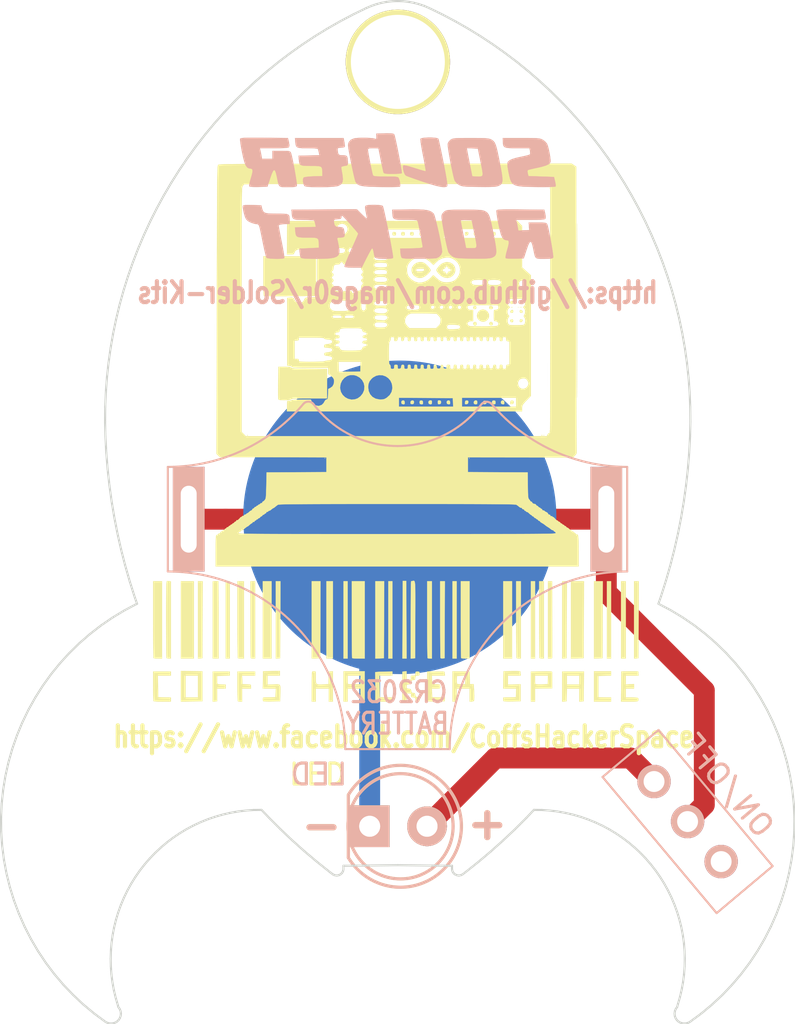
<source format=kicad_pcb>
(kicad_pcb (version 4) (host pcbnew 4.0.6)
  (layers (0 F.Cu signal) (31 B.Cu signal) (34 B.Paste user) (35 F.Paste user) (36 B.SilkS user) (37 F.SilkS user) (38 B.Mask user) (39 F.Mask user) (44 Edge.Cuts user))
  (net 0 "")
  (net 1 GND)
  (net 2 "Net-(D1-Pad2)")
  (net 3 "Net-(BT1-Pad1)")
  (net 4 "Net-(SW2-Pad1)")
  (module LEDs:LED-5MM (layer B.Cu) (at 172.365368 94.831014)
    (fp_text reference D1 hide)
    (fp_text value LED (at -2.645368 -2.481014) (layer B.SilkS) (effects (justify mirror)))
    (pad 1 thru_hole rect (at -0.20736 0 270) (size 2 1.9) (drill 1.00076) (layers *.Cu *.Mask B.SilkS) (net 1 GND))
    (pad 2 thru_hole circle (at 2.54 0) (size 1.9 1.9) (drill 1.00076) (layers *.Cu *.Mask B.SilkS) (net 2 "Net-(D1-Pad2)"))
  )
  (module LEDs:LED-5MM (layer F.Cu) (at 172.365368 94.831014)
    (fp_text reference D1 hide)
    (fp_text value LED (at -2.705368 -2.481014 180) (layer F.SilkS))
    (pad 1 thru_hole rect (at -0.20736 0 90) (size 2 1.9) (drill 1.00076) (layers *.Cu *.Mask F.SilkS) (net 1 GND))
    (pad 2 thru_hole circle (at 2.54 0) (size 1.9 1.9) (drill 1.00076) (layers *.Cu *.Mask F.SilkS) (net 2 "Net-(D1-Pad2)"))
  )
  (module freetronics_footprints:1pin_prototyping (layer F.Cu) (at 173.507 58.2625)
    (fp_text reference 1pin_prototyping hide)
    (fp_text value val** hide)
    (pad 1 thru_hole circle (at 0 0) (size 5 5) (drill 4.5) (layers *.Cu *.Mask F.SilkS))
  )
  (module badge-kit:CR2032 (layer B.Cu) (at 173.49 80.14 180)
    (fp_text reference BT1 hide)
    (fp_text value CR2032 (at -0.0508 -8.27278 180) (layer B.SilkS) (effects (font (size 1 0.8)) (justify mirror)))
    (pad 1 thru_hole rect (at 10 0 180) (size 1.524 5) (drill oval 0.762 3.2) (layers *.Cu *.Mask B.SilkS) (net 3 "Net-(BT1-Pad1)"))
    (pad 1 thru_hole rect (at -10 0 180) (size 1.524 5) (drill oval 0.762 3.2) (layers *.Cu *.Mask B.SilkS) (net 3 "Net-(BT1-Pad1)"))
    (pad 2 smd circle (at -0.10922 0.0884 180) (size 15 15) (layers B.Cu B.Paste B.Mask) (net 1 GND))
  )
  (module badge-kit:SS12D00 (layer B.Cu) (at 187.383031 94.604889 130)
    (fp_text reference SW2 hide)
    (fp_text value ON/OFF (at 0.10396 2.567507 130) (layer B.SilkS) (effects (justify mirror)))
    (pad 2 thru_hole circle (at 0 0 130) (size 1.6 1.6) (drill 1) (layers *.Cu *.Mask B.SilkS) (net 3 "Net-(BT1-Pad1)"))
    (pad 1 thru_hole circle (at -2.5 0 130) (size 1.6 1.6) (drill 1) (layers *.Cu *.Mask B.SilkS) (net 4 "Net-(SW2-Pad1)"))
    (pad 3 thru_hole circle (at 2.5 0 130) (size 1.6 1.6) (drill 1) (layers *.Cu *.Mask B.SilkS) (net 2 "Net-(D1-Pad2)"))
  )
  (module badge-kit:solder-rocket-small (layer B.Cu) (at 173.47 64.89 180)
    (fp_text reference J2 hide)
    (fp_text value LOGO_SMALL hide)
  )
  (module badge-kit:coffs-logo-2 (layer F.Cu) (at 173.36 76.11)
    (fp_text reference J1 hide)
    (fp_text value LOGO hide)
  )
  (gr_text - (at 169.85 94.77) (layer B.SilkS) (effects (font (size 1.5 1.5) (thickness 0.3))))
  (gr_text - (at 169.85 94.77) (layer F.SilkS) (effects (font (size 1.5 1.5) (thickness 0.3))))
  (gr_text + (at 177.79 94.67) (layer B.SilkS) (effects (font (size 1.5 1.5) (thickness 0.3))))
  (gr_text + (at 177.79 94.67) (layer F.SilkS) (effects (font (size 1.5 1.5) (thickness 0.3))))
  (gr_text BATTERY (at 173.48 89.92) (layer B.SilkS) (effects (font (size 1 0.8)) (justify mirror)))
  (gr_text https://www.facebook.com/CoffsHackerSpace (at 173.79 90.55) (layer F.SilkS) (effects (font (size 1 0.8) (thickness 0.2))))
  (gr_text https://github.com/mage0r/Solder-Kits (at 173.49 69.3) (layer B.SilkS) (effects (font (size 1 0.8) (thickness 0.2)) (justify mirror)))
  (gr_line (start 173.5011 55.35235) (end 173.758986 55.361732) (layer Edge.Cuts) (width 0.1))
  (gr_line (start 176.1011 96.872658) (end 176.1011 96.720857) (layer Edge.Cuts) (width 0.1))
  (gr_line (start 176.10488 96.911746) (end 176.1011 96.872658) (layer Edge.Cuts) (width 0.1))
  (gr_line (start 176.113352 96.950093) (end 176.10488 96.911746) (layer Edge.Cuts) (width 0.1))
  (gr_line (start 176.126391 96.987136) (end 176.113352 96.950093) (layer Edge.Cuts) (width 0.1))
  (gr_line (start 176.143806 97.022334) (end 176.126391 96.987136) (layer Edge.Cuts) (width 0.1))
  (gr_line (start 176.165343 97.055172) (end 176.143806 97.022334) (layer Edge.Cuts) (width 0.1))
  (gr_line (start 176.190687 97.08517) (end 176.165343 97.055172) (layer Edge.Cuts) (width 0.1))
  (gr_line (start 176.219466 97.111889) (end 176.190687 97.08517) (layer Edge.Cuts) (width 0.1))
  (gr_line (start 176.251261 97.134939) (end 176.219466 97.111889) (layer Edge.Cuts) (width 0.1))
  (gr_line (start 176.285606 97.153982) (end 176.251261 97.134939) (layer Edge.Cuts) (width 0.1))
  (gr_line (start 176.321999 97.168739) (end 176.285606 97.153982) (layer Edge.Cuts) (width 0.1))
  (gr_line (start 176.359907 97.178995) (end 176.321999 97.168739) (layer Edge.Cuts) (width 0.1))
  (gr_line (start 176.398776 97.184599) (end 176.359907 97.178995) (layer Edge.Cuts) (width 0.1))
  (gr_line (start 176.438037 97.185471) (end 176.398776 97.184599) (layer Edge.Cuts) (width 0.1))
  (gr_line (start 176.477116 97.181596) (end 176.438037 97.185471) (layer Edge.Cuts) (width 0.1))
  (gr_line (start 176.515442 97.173032) (end 176.477116 97.181596) (layer Edge.Cuts) (width 0.1))
  (gr_line (start 176.552453 97.159904) (end 176.515442 97.173032) (layer Edge.Cuts) (width 0.1))
  (gr_line (start 176.587609 97.142404) (end 176.552453 97.159904) (layer Edge.Cuts) (width 0.1))
  (gr_line (start 176.620395 97.120787) (end 176.587609 97.142404) (layer Edge.Cuts) (width 0.1))
  (gr_line (start 176.749847 97.023719) (end 176.620395 97.120787) (layer Edge.Cuts) (width 0.1))
  (gr_line (start 177.361245 96.537749) (end 176.749847 97.023719) (layer Edge.Cuts) (width 0.1))
  (gr_line (start 177.9587 96.034737) (end 177.361245 96.537749) (layer Edge.Cuts) (width 0.1))
  (gr_line (start 178.541739 95.515084) (end 177.9587 96.034737) (layer Edge.Cuts) (width 0.1))
  (gr_line (start 179.109897 94.979201) (end 178.541739 95.515084) (layer Edge.Cuts) (width 0.1))
  (gr_line (start 179.662723 94.427515) (end 179.109897 94.979201) (layer Edge.Cuts) (width 0.1))
  (gr_line (start 180.023988 94.046072) (end 179.662723 94.427515) (layer Edge.Cuts) (width 0.1))
  (gr_line (start 180.399651 94.051939) (end 180.023988 94.046072) (layer Edge.Cuts) (width 0.1))
  (gr_line (start 180.774487 94.077532) (end 180.399651 94.051939) (layer Edge.Cuts) (width 0.1))
  (gr_line (start 181.14746 94.122781) (end 180.774487 94.077532) (layer Edge.Cuts) (width 0.1))
  (gr_line (start 181.517542 94.187561) (end 181.14746 94.122781) (layer Edge.Cuts) (width 0.1))
  (gr_line (start 181.88371 94.271693) (end 181.517542 94.187561) (layer Edge.Cuts) (width 0.1))
  (gr_line (start 182.244952 94.374944) (end 181.88371 94.271693) (layer Edge.Cuts) (width 0.1))
  (gr_line (start 182.600271 94.49703) (end 182.244952 94.374944) (layer Edge.Cuts) (width 0.1))
  (gr_line (start 182.948687 94.637613) (end 182.600271 94.49703) (layer Edge.Cuts) (width 0.1))
  (gr_line (start 183.289236 94.796306) (end 182.948687 94.637613) (layer Edge.Cuts) (width 0.1))
  (gr_line (start 183.620978 94.972669) (end 183.289236 94.796306) (layer Edge.Cuts) (width 0.1))
  (gr_line (start 183.942997 95.166216) (end 183.620978 94.972669) (layer Edge.Cuts) (width 0.1))
  (gr_line (start 184.254404 95.376412) (end 183.942997 95.166216) (layer Edge.Cuts) (width 0.1))
  (gr_line (start 184.554339 95.602677) (end 184.254404 95.376412) (layer Edge.Cuts) (width 0.1))
  (gr_line (start 184.841974 95.844386) (end 184.554339 95.602677) (layer Edge.Cuts) (width 0.1))
  (gr_line (start 185.116514 96.100871) (end 184.841974 95.844386) (layer Edge.Cuts) (width 0.1))
  (gr_line (start 185.3772 96.371425) (end 185.116514 96.100871) (layer Edge.Cuts) (width 0.1))
  (gr_line (start 185.623314 96.6553) (end 185.3772 96.371425) (layer Edge.Cuts) (width 0.1))
  (gr_line (start 185.854176 96.951711) (end 185.623314 96.6553) (layer Edge.Cuts) (width 0.1))
  (gr_line (start 186.069147 97.259842) (end 185.854176 96.951711) (layer Edge.Cuts) (width 0.1))
  (gr_line (start 186.267635 97.578839) (end 186.069147 97.259842) (layer Edge.Cuts) (width 0.1))
  (gr_line (start 186.44909 97.907824) (end 186.267635 97.578839) (layer Edge.Cuts) (width 0.1))
  (gr_line (start 186.613013 98.245886) (end 186.44909 97.907824) (layer Edge.Cuts) (width 0.1))
  (gr_line (start 186.75895 98.592093) (end 186.613013 98.245886) (layer Edge.Cuts) (width 0.1))
  (gr_line (start 186.886498 98.945488) (end 186.75895 98.592093) (layer Edge.Cuts) (width 0.1))
  (gr_line (start 186.995306 99.305096) (end 186.886498 98.945488) (layer Edge.Cuts) (width 0.1))
  (gr_line (start 187.085072 99.669924) (end 186.995306 99.305096) (layer Edge.Cuts) (width 0.1))
  (gr_line (start 187.155548 100.038963) (end 187.085072 99.669924) (layer Edge.Cuts) (width 0.1))
  (gr_line (start 187.206541 100.411195) (end 187.155548 100.038963) (layer Edge.Cuts) (width 0.1))
  (gr_line (start 187.237909 100.785591) (end 187.206541 100.411195) (layer Edge.Cuts) (width 0.1))
  (gr_line (start 187.249566 101.161119) (end 187.237909 100.785591) (layer Edge.Cuts) (width 0.1))
  (gr_line (start 187.241479 101.53674) (end 187.249566 101.161119) (layer Edge.Cuts) (width 0.1))
  (gr_line (start 187.21367 101.911418) (end 187.241479 101.53674) (layer Edge.Cuts) (width 0.1))
  (gr_line (start 187.166218 102.284118) (end 187.21367 101.911418) (layer Edge.Cuts) (width 0.1))
  (gr_line (start 187.099252 102.65381) (end 187.166218 102.284118) (layer Edge.Cuts) (width 0.1))
  (gr_line (start 187.012957 103.019474) (end 187.099252 102.65381) (layer Edge.Cuts) (width 0.1))
  (gr_line (start 186.907572 103.3801) (end 187.012957 103.019474) (layer Edge.Cuts) (width 0.1))
  (gr_line (start 186.885271 103.4746) (end 186.907572 103.3801) (layer Edge.Cuts) (width 0.1))
  (gr_line (start 186.817808 103.567736) (end 186.885271 103.4746) (layer Edge.Cuts) (width 0.1))
  (gr_line (start 186.774827 103.674405) (end 186.817808 103.567736) (layer Edge.Cuts) (width 0.1))
  (gr_line (start 186.758871 103.788296) (end 186.774827 103.674405) (layer Edge.Cuts) (width 0.1))
  (gr_line (start 186.770885 103.902669) (end 186.758871 103.788296) (layer Edge.Cuts) (width 0.1))
  (gr_line (start 186.810157 104.010759) (end 186.770885 103.902669) (layer Edge.Cuts) (width 0.1))
  (gr_line (start 186.874364 104.106169) (end 186.810157 104.010759) (layer Edge.Cuts) (width 0.1))
  (gr_line (start 186.959707 104.183254) (end 186.874364 104.106169) (layer Edge.Cuts) (width 0.1))
  (gr_line (start 187.061137 104.237455) (end 186.959707 104.183254) (layer Edge.Cuts) (width 0.1))
  (gr_line (start 187.172652 104.265562) (end 187.061137 104.237455) (layer Edge.Cuts) (width 0.1))
  (gr_line (start 187.287655 104.265915) (end 187.172652 104.265562) (layer Edge.Cuts) (width 0.1))
  (gr_line (start 187.39934 104.238491) (end 187.287655 104.265915) (layer Edge.Cuts) (width 0.1))
  (gr_line (start 187.5011 104.184914) (end 187.39934 104.238491) (layer Edge.Cuts) (width 0.1))
  (gr_line (start 188.041732 103.786213) (end 187.5011 104.184914) (layer Edge.Cuts) (width 0.1))
  (gr_line (start 188.558442 103.356962) (end 188.041732 103.786213) (layer Edge.Cuts) (width 0.1))
  (gr_line (start 189.049507 102.898595) (end 188.558442 103.356962) (layer Edge.Cuts) (width 0.1))
  (gr_line (start 189.513288 102.412639) (end 189.049507 102.898595) (layer Edge.Cuts) (width 0.1))
  (gr_line (start 189.948238 101.900717) (end 189.513288 102.412639) (layer Edge.Cuts) (width 0.1))
  (gr_line (start 190.352905 101.364536) (end 189.948238 101.900717) (layer Edge.Cuts) (width 0.1))
  (gr_line (start 190.725939 100.805885) (end 190.352905 101.364536) (layer Edge.Cuts) (width 0.1))
  (gr_line (start 191.066097 100.226628) (end 190.725939 100.805885) (layer Edge.Cuts) (width 0.1))
  (gr_line (start 191.372242 99.628698) (end 191.066097 100.226628) (layer Edge.Cuts) (width 0.1))
  (gr_line (start 191.643355 99.01409) (end 191.372242 99.628698) (layer Edge.Cuts) (width 0.1))
  (gr_line (start 191.878529 98.384853) (end 191.643355 99.01409) (layer Edge.Cuts) (width 0.1))
  (gr_line (start 192.07698 97.743088) (end 191.878529 98.384853) (layer Edge.Cuts) (width 0.1))
  (gr_line (start 192.238047 97.090935) (end 192.07698 97.743088) (layer Edge.Cuts) (width 0.1))
  (gr_line (start 192.361192 96.430571) (end 192.238047 97.090935) (layer Edge.Cuts) (width 0.1))
  (gr_line (start 192.446004 95.764198) (end 192.361192 96.430571) (layer Edge.Cuts) (width 0.1))
  (gr_line (start 192.492201 95.094041) (end 192.446004 95.764198) (layer Edge.Cuts) (width 0.1))
  (gr_line (start 192.499627 94.422334) (end 192.492201 95.094041) (layer Edge.Cuts) (width 0.1))
  (gr_line (start 192.468258 93.751318) (end 192.499627 94.422334) (layer Edge.Cuts) (width 0.1))
  (gr_line (start 192.3982 93.083234) (end 192.468258 93.751318) (layer Edge.Cuts) (width 0.1))
  (gr_line (start 192.289685 92.420308) (end 192.3982 93.083234) (layer Edge.Cuts) (width 0.1))
  (gr_line (start 192.143076 91.764754) (end 192.289685 92.420308) (layer Edge.Cuts) (width 0.1))
  (gr_line (start 191.958861 91.118758) (end 192.143076 91.764754) (layer Edge.Cuts) (width 0.1))
  (gr_line (start 191.737656 90.484476) (end 191.958861 91.118758) (layer Edge.Cuts) (width 0.1))
  (gr_line (start 191.480199 89.864024) (end 191.737656 90.484476) (layer Edge.Cuts) (width 0.1))
  (gr_line (start 191.187348 89.259471) (end 191.480199 89.864024) (layer Edge.Cuts) (width 0.1))
  (gr_line (start 190.86008 88.672835) (end 191.187348 89.259471) (layer Edge.Cuts) (width 0.1))
  (gr_line (start 190.499488 88.106074) (end 190.86008 88.672835) (layer Edge.Cuts) (width 0.1))
  (gr_line (start 190.106774 87.561077) (end 190.499488 88.106074) (layer Edge.Cuts) (width 0.1))
  (gr_line (start 189.683249 87.039664) (end 190.106774 87.561077) (layer Edge.Cuts) (width 0.1))
  (gr_line (start 189.230325 86.543573) (end 189.683249 87.039664) (layer Edge.Cuts) (width 0.1))
  (gr_line (start 188.749514 86.074461) (end 189.230325 86.543573) (layer Edge.Cuts) (width 0.1))
  (gr_line (start 188.242421 85.633891) (end 188.749514 86.074461) (layer Edge.Cuts) (width 0.1))
  (gr_line (start 187.710736 85.223335) (end 188.242421 85.633891) (layer Edge.Cuts) (width 0.1))
  (gr_line (start 187.156233 84.844161) (end 187.710736 85.223335) (layer Edge.Cuts) (width 0.1))
  (gr_line (start 186.580763 84.497636) (end 187.156233 84.844161) (layer Edge.Cuts) (width 0.1))
  (gr_line (start 185.986246 84.184914) (end 186.580763 84.497636) (layer Edge.Cuts) (width 0.1))
  (gr_line (start 186.105315 83.843257) (end 185.986246 84.184914) (layer Edge.Cuts) (width 0.1))
  (gr_line (start 186.341445 83.0988) (end 186.105315 83.843257) (layer Edge.Cuts) (width 0.1))
  (gr_line (start 186.556496 82.347982) (end 186.341445 83.0988) (layer Edge.Cuts) (width 0.1))
  (gr_line (start 186.750296 81.591401) (end 186.556496 82.347982) (layer Edge.Cuts) (width 0.1))
  (gr_line (start 186.922692 80.829657) (end 186.750296 81.591401) (layer Edge.Cuts) (width 0.1))
  (gr_line (start 187.073546 80.063356) (end 186.922692 80.829657) (layer Edge.Cuts) (width 0.1))
  (gr_line (start 187.202739 79.293108) (end 187.073546 80.063356) (layer Edge.Cuts) (width 0.1))
  (gr_line (start 187.310167 78.519523) (end 187.202739 79.293108) (layer Edge.Cuts) (width 0.1))
  (gr_line (start 187.395746 77.743218) (end 187.310167 78.519523) (layer Edge.Cuts) (width 0.1))
  (gr_line (start 187.459407 76.964808) (end 187.395746 77.743218) (layer Edge.Cuts) (width 0.1))
  (gr_line (start 187.5011 76.184914) (end 187.459407 76.964808) (layer Edge.Cuts) (width 0.1))
  (gr_line (start 187.517362 75.478294) (end 187.5011 76.184914) (layer Edge.Cuts) (width 0.1))
  (gr_line (start 187.510582 74.77152) (end 187.517362 75.478294) (layer Edge.Cuts) (width 0.1))
  (gr_line (start 187.480765 74.065343) (end 187.510582 74.77152) (layer Edge.Cuts) (width 0.1))
  (gr_line (start 187.427943 73.360512) (end 187.480765 74.065343) (layer Edge.Cuts) (width 0.1))
  (gr_line (start 187.352174 72.657779) (end 187.427943 73.360512) (layer Edge.Cuts) (width 0.1))
  (gr_line (start 187.253536 71.957888) (end 187.352174 72.657779) (layer Edge.Cuts) (width 0.1))
  (gr_line (start 187.132136 71.261586) (end 187.253536 71.957888) (layer Edge.Cuts) (width 0.1))
  (gr_line (start 186.988102 70.56961) (end 187.132136 71.261586) (layer Edge.Cuts) (width 0.1))
  (gr_line (start 186.821588 69.882698) (end 186.988102 70.56961) (layer Edge.Cuts) (width 0.1))
  (gr_line (start 186.632769 69.201579) (end 186.821588 69.882698) (layer Edge.Cuts) (width 0.1))
  (gr_line (start 186.421848 68.526977) (end 186.632769 69.201579) (layer Edge.Cuts) (width 0.1))
  (gr_line (start 186.189048 67.859609) (end 186.421848 68.526977) (layer Edge.Cuts) (width 0.1))
  (gr_line (start 185.934616 67.200185) (end 186.189048 67.859609) (layer Edge.Cuts) (width 0.1))
  (gr_line (start 185.658823 66.549405) (end 185.934616 67.200185) (layer Edge.Cuts) (width 0.1))
  (gr_line (start 185.361963 65.907962) (end 185.658823 66.549405) (layer Edge.Cuts) (width 0.1))
  (gr_line (start 185.04435 65.276537) (end 185.361963 65.907962) (layer Edge.Cuts) (width 0.1))
  (gr_line (start 184.706323 64.6558) (end 185.04435 65.276537) (layer Edge.Cuts) (width 0.1))
  (gr_line (start 184.348241 64.046413) (end 184.706323 64.6558) (layer Edge.Cuts) (width 0.1))
  (gr_line (start 183.970483 63.449023) (end 184.348241 64.046413) (layer Edge.Cuts) (width 0.1))
  (gr_line (start 183.573453 62.864265) (end 183.970483 63.449023) (layer Edge.Cuts) (width 0.1))
  (gr_line (start 183.157571 62.292759) (end 183.573453 62.864265) (layer Edge.Cuts) (width 0.1))
  (gr_line (start 182.723281 61.735115) (end 183.157571 62.292759) (layer Edge.Cuts) (width 0.1))
  (gr_line (start 182.271042 61.191924) (end 182.723281 61.735115) (layer Edge.Cuts) (width 0.1))
  (gr_line (start 181.801337 60.663764) (end 182.271042 61.191924) (layer Edge.Cuts) (width 0.1))
  (gr_line (start 181.314665 60.151197) (end 181.801337 60.663764) (layer Edge.Cuts) (width 0.1))
  (gr_line (start 180.811542 59.654766) (end 181.314665 60.151197) (layer Edge.Cuts) (width 0.1))
  (gr_line (start 180.292504 59.175001) (end 180.811542 59.654766) (layer Edge.Cuts) (width 0.1))
  (gr_line (start 179.758102 58.71241) (end 180.292504 59.175001) (layer Edge.Cuts) (width 0.1))
  (gr_line (start 179.208904 58.267485) (end 179.758102 58.71241) (layer Edge.Cuts) (width 0.1))
  (gr_line (start 178.645495 57.8407) (end 179.208904 58.267485) (layer Edge.Cuts) (width 0.1))
  (gr_line (start 178.068472 57.432509) (end 178.645495 57.8407) (layer Edge.Cuts) (width 0.1))
  (gr_line (start 177.47845 57.043344) (end 178.068472 57.432509) (layer Edge.Cuts) (width 0.1))
  (gr_line (start 176.876055 56.673619) (end 177.47845 57.043344) (layer Edge.Cuts) (width 0.1))
  (gr_line (start 176.261928 56.323728) (end 176.876055 56.673619) (layer Edge.Cuts) (width 0.1))
  (gr_line (start 175.636722 55.994043) (end 176.261928 56.323728) (layer Edge.Cuts) (width 0.1))
  (gr_line (start 175.0011 55.684914) (end 175.636722 55.994043) (layer Edge.Cuts) (width 0.1))
  (gr_line (start 174.763414 55.584423) (end 175.0011 55.684914) (layer Edge.Cuts) (width 0.1))
  (gr_line (start 174.519054 55.501468) (end 174.763414 55.584423) (layer Edge.Cuts) (width 0.1))
  (gr_line (start 174.269312 55.436489) (end 174.519054 55.501468) (layer Edge.Cuts) (width 0.1))
  (gr_line (start 174.015509 55.389828) (end 174.269312 55.436489) (layer Edge.Cuts) (width 0.1))
  (gr_line (start 173.758986 55.361732) (end 174.015509 55.389828) (layer Edge.Cuts) (width 0.1))
  (gr_line (start 173.243214 55.361732) (end 173.5011 55.35235) (layer Edge.Cuts) (width 0.1))
  (gr_line (start 172.986691 55.389828) (end 173.243214 55.361732) (layer Edge.Cuts) (width 0.1))
  (gr_line (start 172.732888 55.436489) (end 172.986691 55.389828) (layer Edge.Cuts) (width 0.1))
  (gr_line (start 172.483146 55.501468) (end 172.732888 55.436489) (layer Edge.Cuts) (width 0.1))
  (gr_line (start 172.238786 55.584423) (end 172.483146 55.501468) (layer Edge.Cuts) (width 0.1))
  (gr_line (start 172.0011 55.684914) (end 172.238786 55.584423) (layer Edge.Cuts) (width 0.1))
  (gr_line (start 171.365478 55.994043) (end 172.0011 55.684914) (layer Edge.Cuts) (width 0.1))
  (gr_line (start 170.740272 56.323728) (end 171.365478 55.994043) (layer Edge.Cuts) (width 0.1))
  (gr_line (start 170.126145 56.673619) (end 170.740272 56.323728) (layer Edge.Cuts) (width 0.1))
  (gr_line (start 169.52375 57.043344) (end 170.126145 56.673619) (layer Edge.Cuts) (width 0.1))
  (gr_line (start 168.933728 57.432509) (end 169.52375 57.043344) (layer Edge.Cuts) (width 0.1))
  (gr_line (start 168.356705 57.8407) (end 168.933728 57.432509) (layer Edge.Cuts) (width 0.1))
  (gr_line (start 167.793296 58.267485) (end 168.356705 57.8407) (layer Edge.Cuts) (width 0.1))
  (gr_line (start 167.244098 58.71241) (end 167.793296 58.267485) (layer Edge.Cuts) (width 0.1))
  (gr_line (start 166.709696 59.175001) (end 167.244098 58.71241) (layer Edge.Cuts) (width 0.1))
  (gr_line (start 166.190658 59.654766) (end 166.709696 59.175001) (layer Edge.Cuts) (width 0.1))
  (gr_line (start 165.687535 60.151197) (end 166.190658 59.654766) (layer Edge.Cuts) (width 0.1))
  (gr_line (start 165.200863 60.663764) (end 165.687535 60.151197) (layer Edge.Cuts) (width 0.1))
  (gr_line (start 164.731158 61.191924) (end 165.200863 60.663764) (layer Edge.Cuts) (width 0.1))
  (gr_line (start 164.278919 61.735115) (end 164.731158 61.191924) (layer Edge.Cuts) (width 0.1))
  (gr_line (start 163.844629 62.292759) (end 164.278919 61.735115) (layer Edge.Cuts) (width 0.1))
  (gr_line (start 163.428747 62.864265) (end 163.844629 62.292759) (layer Edge.Cuts) (width 0.1))
  (gr_line (start 163.031717 63.449023) (end 163.428747 62.864265) (layer Edge.Cuts) (width 0.1))
  (gr_line (start 162.653959 64.046413) (end 163.031717 63.449023) (layer Edge.Cuts) (width 0.1))
  (gr_line (start 162.295877 64.6558) (end 162.653959 64.046413) (layer Edge.Cuts) (width 0.1))
  (gr_line (start 161.95785 65.276537) (end 162.295877 64.6558) (layer Edge.Cuts) (width 0.1))
  (gr_line (start 161.640237 65.907962) (end 161.95785 65.276537) (layer Edge.Cuts) (width 0.1))
  (gr_line (start 161.343377 66.549405) (end 161.640237 65.907962) (layer Edge.Cuts) (width 0.1))
  (gr_line (start 161.067584 67.200185) (end 161.343377 66.549405) (layer Edge.Cuts) (width 0.1))
  (gr_line (start 160.813152 67.859609) (end 161.067584 67.200185) (layer Edge.Cuts) (width 0.1))
  (gr_line (start 160.580352 68.526977) (end 160.813152 67.859609) (layer Edge.Cuts) (width 0.1))
  (gr_line (start 160.369431 69.201579) (end 160.580352 68.526977) (layer Edge.Cuts) (width 0.1))
  (gr_line (start 160.180612 69.882698) (end 160.369431 69.201579) (layer Edge.Cuts) (width 0.1))
  (gr_line (start 160.014098 70.56961) (end 160.180612 69.882698) (layer Edge.Cuts) (width 0.1))
  (gr_line (start 159.870064 71.261586) (end 160.014098 70.56961) (layer Edge.Cuts) (width 0.1))
  (gr_line (start 159.748664 71.957888) (end 159.870064 71.261586) (layer Edge.Cuts) (width 0.1))
  (gr_line (start 159.650026 72.657779) (end 159.748664 71.957888) (layer Edge.Cuts) (width 0.1))
  (gr_line (start 159.574257 73.360512) (end 159.650026 72.657779) (layer Edge.Cuts) (width 0.1))
  (gr_line (start 159.521435 74.065343) (end 159.574257 73.360512) (layer Edge.Cuts) (width 0.1))
  (gr_line (start 159.491618 74.77152) (end 159.521435 74.065343) (layer Edge.Cuts) (width 0.1))
  (gr_line (start 159.484838 75.478294) (end 159.491618 74.77152) (layer Edge.Cuts) (width 0.1))
  (gr_line (start 159.5011 76.184914) (end 159.484838 75.478294) (layer Edge.Cuts) (width 0.1))
  (gr_line (start 159.542793 76.964808) (end 159.5011 76.184914) (layer Edge.Cuts) (width 0.1))
  (gr_line (start 159.606454 77.743218) (end 159.542793 76.964808) (layer Edge.Cuts) (width 0.1))
  (gr_line (start 159.692033 78.519523) (end 159.606454 77.743218) (layer Edge.Cuts) (width 0.1))
  (gr_line (start 159.799461 79.293108) (end 159.692033 78.519523) (layer Edge.Cuts) (width 0.1))
  (gr_line (start 159.928654 80.063356) (end 159.799461 79.293108) (layer Edge.Cuts) (width 0.1))
  (gr_line (start 160.079508 80.829657) (end 159.928654 80.063356) (layer Edge.Cuts) (width 0.1))
  (gr_line (start 160.251904 81.591401) (end 160.079508 80.829657) (layer Edge.Cuts) (width 0.1))
  (gr_line (start 160.445704 82.347982) (end 160.251904 81.591401) (layer Edge.Cuts) (width 0.1))
  (gr_line (start 160.660755 83.0988) (end 160.445704 82.347982) (layer Edge.Cuts) (width 0.1))
  (gr_line (start 160.896885 83.843257) (end 160.660755 83.0988) (layer Edge.Cuts) (width 0.1))
  (gr_line (start 161.015954 84.184914) (end 160.896885 83.843257) (layer Edge.Cuts) (width 0.1))
  (gr_line (start 160.421437 84.497636) (end 161.015954 84.184914) (layer Edge.Cuts) (width 0.1))
  (gr_line (start 159.845967 84.844161) (end 160.421437 84.497636) (layer Edge.Cuts) (width 0.1))
  (gr_line (start 159.291464 85.223335) (end 159.845967 84.844161) (layer Edge.Cuts) (width 0.1))
  (gr_line (start 158.759779 85.633891) (end 159.291464 85.223335) (layer Edge.Cuts) (width 0.1))
  (gr_line (start 158.252686 86.074461) (end 158.759779 85.633891) (layer Edge.Cuts) (width 0.1))
  (gr_line (start 157.771875 86.543573) (end 158.252686 86.074461) (layer Edge.Cuts) (width 0.1))
  (gr_line (start 157.318951 87.039664) (end 157.771875 86.543573) (layer Edge.Cuts) (width 0.1))
  (gr_line (start 156.895426 87.561077) (end 157.318951 87.039664) (layer Edge.Cuts) (width 0.1))
  (gr_line (start 156.502712 88.106074) (end 156.895426 87.561077) (layer Edge.Cuts) (width 0.1))
  (gr_line (start 156.14212 88.672835) (end 156.502712 88.106074) (layer Edge.Cuts) (width 0.1))
  (gr_line (start 155.814852 89.259471) (end 156.14212 88.672835) (layer Edge.Cuts) (width 0.1))
  (gr_line (start 155.522001 89.864024) (end 155.814852 89.259471) (layer Edge.Cuts) (width 0.1))
  (gr_line (start 155.264544 90.484476) (end 155.522001 89.864024) (layer Edge.Cuts) (width 0.1))
  (gr_line (start 155.043339 91.118758) (end 155.264544 90.484476) (layer Edge.Cuts) (width 0.1))
  (gr_line (start 154.859124 91.764754) (end 155.043339 91.118758) (layer Edge.Cuts) (width 0.1))
  (gr_line (start 154.712515 92.420308) (end 154.859124 91.764754) (layer Edge.Cuts) (width 0.1))
  (gr_line (start 154.604 93.083234) (end 154.712515 92.420308) (layer Edge.Cuts) (width 0.1))
  (gr_line (start 154.533942 93.751318) (end 154.604 93.083234) (layer Edge.Cuts) (width 0.1))
  (gr_line (start 154.502573 94.422334) (end 154.533942 93.751318) (layer Edge.Cuts) (width 0.1))
  (gr_line (start 154.509999 95.094041) (end 154.502573 94.422334) (layer Edge.Cuts) (width 0.1))
  (gr_line (start 154.556196 95.764198) (end 154.509999 95.094041) (layer Edge.Cuts) (width 0.1))
  (gr_line (start 154.641008 96.430571) (end 154.556196 95.764198) (layer Edge.Cuts) (width 0.1))
  (gr_line (start 154.764153 97.090935) (end 154.641008 96.430571) (layer Edge.Cuts) (width 0.1))
  (gr_line (start 154.92522 97.743088) (end 154.764153 97.090935) (layer Edge.Cuts) (width 0.1))
  (gr_line (start 155.123671 98.384853) (end 154.92522 97.743088) (layer Edge.Cuts) (width 0.1))
  (gr_line (start 155.358845 99.01409) (end 155.123671 98.384853) (layer Edge.Cuts) (width 0.1))
  (gr_line (start 155.629958 99.628698) (end 155.358845 99.01409) (layer Edge.Cuts) (width 0.1))
  (gr_line (start 155.936103 100.226628) (end 155.629958 99.628698) (layer Edge.Cuts) (width 0.1))
  (gr_line (start 156.276261 100.805885) (end 155.936103 100.226628) (layer Edge.Cuts) (width 0.1))
  (gr_line (start 156.649295 101.364536) (end 156.276261 100.805885) (layer Edge.Cuts) (width 0.1))
  (gr_line (start 157.053962 101.900717) (end 156.649295 101.364536) (layer Edge.Cuts) (width 0.1))
  (gr_line (start 157.488912 102.412639) (end 157.053962 101.900717) (layer Edge.Cuts) (width 0.1))
  (gr_line (start 157.952693 102.898595) (end 157.488912 102.412639) (layer Edge.Cuts) (width 0.1))
  (gr_line (start 158.443758 103.356962) (end 157.952693 102.898595) (layer Edge.Cuts) (width 0.1))
  (gr_line (start 158.960468 103.786213) (end 158.443758 103.356962) (layer Edge.Cuts) (width 0.1))
  (gr_line (start 159.5011 104.184914) (end 158.960468 103.786213) (layer Edge.Cuts) (width 0.1))
  (gr_line (start 159.60286 104.238491) (end 159.5011 104.184914) (layer Edge.Cuts) (width 0.1))
  (gr_line (start 159.714545 104.265915) (end 159.60286 104.238491) (layer Edge.Cuts) (width 0.1))
  (gr_line (start 159.829548 104.265562) (end 159.714545 104.265915) (layer Edge.Cuts) (width 0.1))
  (gr_line (start 159.941063 104.237455) (end 159.829548 104.265562) (layer Edge.Cuts) (width 0.1))
  (gr_line (start 160.042493 104.183254) (end 159.941063 104.237455) (layer Edge.Cuts) (width 0.1))
  (gr_line (start 160.127836 104.106169) (end 160.042493 104.183254) (layer Edge.Cuts) (width 0.1))
  (gr_line (start 160.192043 104.010759) (end 160.127836 104.106169) (layer Edge.Cuts) (width 0.1))
  (gr_line (start 160.231315 103.902669) (end 160.192043 104.010759) (layer Edge.Cuts) (width 0.1))
  (gr_line (start 160.243329 103.788296) (end 160.231315 103.902669) (layer Edge.Cuts) (width 0.1))
  (gr_line (start 160.227373 103.674405) (end 160.243329 103.788296) (layer Edge.Cuts) (width 0.1))
  (gr_line (start 160.184392 103.567736) (end 160.227373 103.674405) (layer Edge.Cuts) (width 0.1))
  (gr_line (start 160.116929 103.4746) (end 160.184392 103.567736) (layer Edge.Cuts) (width 0.1))
  (gr_line (start 160.094628 103.3801) (end 160.116929 103.4746) (layer Edge.Cuts) (width 0.1))
  (gr_line (start 159.989243 103.019474) (end 160.094628 103.3801) (layer Edge.Cuts) (width 0.1))
  (gr_line (start 159.902948 102.65381) (end 159.989243 103.019474) (layer Edge.Cuts) (width 0.1))
  (gr_line (start 159.835982 102.284118) (end 159.902948 102.65381) (layer Edge.Cuts) (width 0.1))
  (gr_line (start 159.78853 101.911418) (end 159.835982 102.284118) (layer Edge.Cuts) (width 0.1))
  (gr_line (start 159.760721 101.53674) (end 159.78853 101.911418) (layer Edge.Cuts) (width 0.1))
  (gr_line (start 159.752634 101.161119) (end 159.760721 101.53674) (layer Edge.Cuts) (width 0.1))
  (gr_line (start 159.764291 100.785591) (end 159.752634 101.161119) (layer Edge.Cuts) (width 0.1))
  (gr_line (start 159.795659 100.411195) (end 159.764291 100.785591) (layer Edge.Cuts) (width 0.1))
  (gr_line (start 159.846652 100.038963) (end 159.795659 100.411195) (layer Edge.Cuts) (width 0.1))
  (gr_line (start 159.917128 99.669924) (end 159.846652 100.038963) (layer Edge.Cuts) (width 0.1))
  (gr_line (start 160.006894 99.305096) (end 159.917128 99.669924) (layer Edge.Cuts) (width 0.1))
  (gr_line (start 160.115702 98.945488) (end 160.006894 99.305096) (layer Edge.Cuts) (width 0.1))
  (gr_line (start 160.24325 98.592093) (end 160.115702 98.945488) (layer Edge.Cuts) (width 0.1))
  (gr_line (start 160.389187 98.245886) (end 160.24325 98.592093) (layer Edge.Cuts) (width 0.1))
  (gr_line (start 160.55311 97.907824) (end 160.389187 98.245886) (layer Edge.Cuts) (width 0.1))
  (gr_line (start 160.734565 97.578839) (end 160.55311 97.907824) (layer Edge.Cuts) (width 0.1))
  (gr_line (start 160.933053 97.259842) (end 160.734565 97.578839) (layer Edge.Cuts) (width 0.1))
  (gr_line (start 161.148024 96.951711) (end 160.933053 97.259842) (layer Edge.Cuts) (width 0.1))
  (gr_line (start 161.378886 96.6553) (end 161.148024 96.951711) (layer Edge.Cuts) (width 0.1))
  (gr_line (start 161.625 96.371425) (end 161.378886 96.6553) (layer Edge.Cuts) (width 0.1))
  (gr_line (start 161.885686 96.100871) (end 161.625 96.371425) (layer Edge.Cuts) (width 0.1))
  (gr_line (start 162.160226 95.844386) (end 161.885686 96.100871) (layer Edge.Cuts) (width 0.1))
  (gr_line (start 162.447861 95.602677) (end 162.160226 95.844386) (layer Edge.Cuts) (width 0.1))
  (gr_line (start 162.747796 95.376412) (end 162.447861 95.602677) (layer Edge.Cuts) (width 0.1))
  (gr_line (start 163.059203 95.166216) (end 162.747796 95.376412) (layer Edge.Cuts) (width 0.1))
  (gr_line (start 163.381222 94.972669) (end 163.059203 95.166216) (layer Edge.Cuts) (width 0.1))
  (gr_line (start 163.712964 94.796306) (end 163.381222 94.972669) (layer Edge.Cuts) (width 0.1))
  (gr_line (start 164.053513 94.637613) (end 163.712964 94.796306) (layer Edge.Cuts) (width 0.1))
  (gr_line (start 164.401929 94.49703) (end 164.053513 94.637613) (layer Edge.Cuts) (width 0.1))
  (gr_line (start 164.757248 94.374944) (end 164.401929 94.49703) (layer Edge.Cuts) (width 0.1))
  (gr_line (start 165.11849 94.271693) (end 164.757248 94.374944) (layer Edge.Cuts) (width 0.1))
  (gr_line (start 165.484658 94.187561) (end 165.11849 94.271693) (layer Edge.Cuts) (width 0.1))
  (gr_line (start 165.85474 94.122781) (end 165.484658 94.187561) (layer Edge.Cuts) (width 0.1))
  (gr_line (start 166.227713 94.077532) (end 165.85474 94.122781) (layer Edge.Cuts) (width 0.1))
  (gr_line (start 166.602549 94.051939) (end 166.227713 94.077532) (layer Edge.Cuts) (width 0.1))
  (gr_line (start 166.978212 94.046072) (end 166.602549 94.051939) (layer Edge.Cuts) (width 0.1))
  (gr_line (start 167.339477 94.427515) (end 166.978212 94.046072) (layer Edge.Cuts) (width 0.1))
  (gr_line (start 167.892303 94.979201) (end 167.339477 94.427515) (layer Edge.Cuts) (width 0.1))
  (gr_line (start 168.460461 95.515084) (end 167.892303 94.979201) (layer Edge.Cuts) (width 0.1))
  (gr_line (start 169.0435 96.034737) (end 168.460461 95.515084) (layer Edge.Cuts) (width 0.1))
  (gr_line (start 169.640955 96.537749) (end 169.0435 96.034737) (layer Edge.Cuts) (width 0.1))
  (gr_line (start 170.252353 97.023719) (end 169.640955 96.537749) (layer Edge.Cuts) (width 0.1))
  (gr_line (start 170.381805 97.120787) (end 170.252353 97.023719) (layer Edge.Cuts) (width 0.1))
  (gr_line (start 170.414591 97.142404) (end 170.381805 97.120787) (layer Edge.Cuts) (width 0.1))
  (gr_line (start 170.449747 97.159904) (end 170.414591 97.142404) (layer Edge.Cuts) (width 0.1))
  (gr_line (start 170.486758 97.173032) (end 170.449747 97.159904) (layer Edge.Cuts) (width 0.1))
  (gr_line (start 170.525084 97.181596) (end 170.486758 97.173032) (layer Edge.Cuts) (width 0.1))
  (gr_line (start 170.564163 97.185471) (end 170.525084 97.181596) (layer Edge.Cuts) (width 0.1))
  (gr_line (start 170.603424 97.184599) (end 170.564163 97.185471) (layer Edge.Cuts) (width 0.1))
  (gr_line (start 170.642293 97.178995) (end 170.603424 97.184599) (layer Edge.Cuts) (width 0.1))
  (gr_line (start 170.680201 97.168739) (end 170.642293 97.178995) (layer Edge.Cuts) (width 0.1))
  (gr_line (start 170.716594 97.153982) (end 170.680201 97.168739) (layer Edge.Cuts) (width 0.1))
  (gr_line (start 170.750939 97.134939) (end 170.716594 97.153982) (layer Edge.Cuts) (width 0.1))
  (gr_line (start 170.782734 97.111889) (end 170.750939 97.134939) (layer Edge.Cuts) (width 0.1))
  (gr_line (start 170.811513 97.08517) (end 170.782734 97.111889) (layer Edge.Cuts) (width 0.1))
  (gr_line (start 170.836857 97.055172) (end 170.811513 97.08517) (layer Edge.Cuts) (width 0.1))
  (gr_line (start 170.858394 97.022334) (end 170.836857 97.055172) (layer Edge.Cuts) (width 0.1))
  (gr_line (start 170.875809 96.987136) (end 170.858394 97.022334) (layer Edge.Cuts) (width 0.1))
  (gr_line (start 170.888848 96.950093) (end 170.875809 96.987136) (layer Edge.Cuts) (width 0.1))
  (gr_line (start 170.89732 96.911746) (end 170.888848 96.950093) (layer Edge.Cuts) (width 0.1))
  (gr_line (start 170.9011 96.872658) (end 170.89732 96.911746) (layer Edge.Cuts) (width 0.1))
  (gr_line (start 170.9011 96.720857) (end 170.9011 96.872658) (layer Edge.Cuts) (width 0.1))
  (gr_line (start 173.5011 96.691888) (end 170.9011 96.720857) (layer Edge.Cuts) (width 0.1))
  (gr_line (start 176.1011 96.720857) (end 173.5011 96.691888) (layer Edge.Cuts) (width 0.1))
  (segment (start 172.158008 94.831014) (end 172.158008 81.492812) (width 1) (layer B.Cu) (net 1))
  (segment (start 172.158008 81.492812) (end 173.59922 80.0516) (width 1) (layer B.Cu) (net 1))
  (segment (start 178.175111 91.564889) (end 184.651173 91.564889) (width 1) (layer F.Cu) (net 2))
  (segment (start 184.651173 91.564889) (end 185.776062 92.689778) (width 1) (layer F.Cu) (net 2))
  (segment (start 175.858985 93.881015) (end 178.175111 91.564889) (width 1) (layer F.Cu) (net 2))
  (segment (start 174.905368 94.831014) (end 175.855367 93.881015) (width 1) (layer F.Cu) (net 2))
  (segment (start 175.855367 93.881015) (end 175.858985 93.881015) (width 1) (layer F.Cu) (net 2))
  (segment (start 187.383031 94.604889) (end 188.18303 93.80489) (width 1) (layer F.Cu) (net 3))
  (segment (start 188.18303 93.80489) (end 188.18303 88.33303) (width 1) (layer F.Cu) (net 3))
  (segment (start 188.18303 88.33303) (end 183.49 83.64) (width 1) (layer F.Cu) (net 3))
  (segment (start 183.49 83.64) (end 183.49 80.14) (width 1) (layer F.Cu) (net 3))
  (segment (start 163.49 80.14) (end 165.252 80.14) (width 1) (layer F.Cu) (net 3))
  (segment (start 165.252 80.14) (end 183.49 80.14) (width 1) (layer F.Cu) (net 3))
)
</source>
